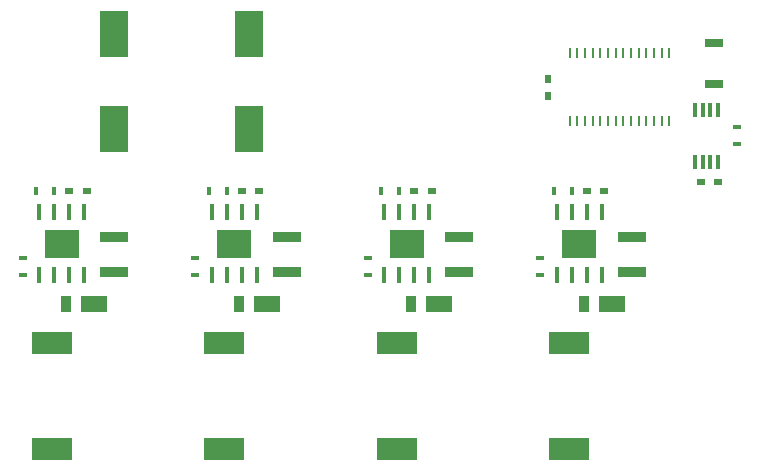
<source format=gtp>
G04 #@! TF.GenerationSoftware,KiCad,Pcbnew,(2018-01-11 revision 6f2beeb)-master*
G04 #@! TF.CreationDate,2018-01-26T06:56:05-06:00*
G04 #@! TF.ProjectId,RPi-HAT-RGBW-LED-Controller,5250692D4841542D524742572D4C4544,rev?*
G04 #@! TF.SameCoordinates,Original*
G04 #@! TF.FileFunction,Paste,Top*
G04 #@! TF.FilePolarity,Positive*
%FSLAX46Y46*%
G04 Gerber Fmt 4.6, Leading zero omitted, Abs format (unit mm)*
G04 Created by KiCad (PCBNEW (2018-01-11 revision 6f2beeb)-master) date Friday, January 26, 2018 'AMt' 06:56:05 AM*
%MOMM*%
%LPD*%
G01*
G04 APERTURE LIST*
%ADD10R,2.360000X3.860000*%
%ADD11R,2.260000X1.360000*%
%ADD12R,0.910000X1.360000*%
%ADD13R,2.360000X0.860000*%
%ADD14R,0.360000X0.760000*%
%ADD15R,0.660000X0.610000*%
%ADD16R,3.360000X1.860000*%
%ADD17R,2.960000X2.460000*%
%ADD18R,0.460000X1.410000*%
%ADD19R,0.760000X0.360000*%
%ADD20R,0.610000X0.660000*%
%ADD21R,0.260000X0.960000*%
%ADD22R,1.560000X0.760000*%
%ADD23R,0.310000X1.310000*%
G04 APERTURE END LIST*
D10*
X48895000Y-39434000D03*
X48895000Y-47434000D03*
D11*
X79615400Y-62230000D03*
D12*
X77240400Y-62230000D03*
D13*
X81280000Y-59577100D03*
X81280000Y-56577100D03*
D14*
X74700000Y-52705000D03*
X76200000Y-52705000D03*
D15*
X77470000Y-52705000D03*
X78970000Y-52705000D03*
D16*
X75996800Y-65527800D03*
X75996800Y-74527800D03*
D17*
X76835000Y-57150000D03*
D18*
X78740000Y-54450000D03*
X77470000Y-54450000D03*
X76200000Y-54450000D03*
X74930000Y-54450000D03*
X74930000Y-59850000D03*
X76200000Y-59850000D03*
X77470000Y-59850000D03*
X78740000Y-59850000D03*
D19*
X73533000Y-58350000D03*
X73533000Y-59850000D03*
D15*
X62865000Y-52705000D03*
X64365000Y-52705000D03*
D14*
X60095000Y-52705000D03*
X61595000Y-52705000D03*
D13*
X66675000Y-59577100D03*
X66675000Y-56577100D03*
D11*
X65010400Y-62230000D03*
D12*
X62635400Y-62230000D03*
D19*
X58928000Y-58350000D03*
X58928000Y-59850000D03*
D17*
X62230000Y-57150000D03*
D18*
X64135000Y-54450000D03*
X62865000Y-54450000D03*
X61595000Y-54450000D03*
X60325000Y-54450000D03*
X60325000Y-59850000D03*
X61595000Y-59850000D03*
X62865000Y-59850000D03*
X64135000Y-59850000D03*
D15*
X48260000Y-52705000D03*
X49760000Y-52705000D03*
D14*
X45490000Y-52705000D03*
X46990000Y-52705000D03*
D13*
X52070000Y-59577100D03*
X52070000Y-56577100D03*
D11*
X50405400Y-62230000D03*
D12*
X48030400Y-62230000D03*
D19*
X44323000Y-58350000D03*
X44323000Y-59850000D03*
D17*
X47625000Y-57150000D03*
D18*
X49530000Y-54450000D03*
X48260000Y-54450000D03*
X46990000Y-54450000D03*
X45720000Y-54450000D03*
X45720000Y-59850000D03*
X46990000Y-59850000D03*
X48260000Y-59850000D03*
X49530000Y-59850000D03*
D20*
X74163182Y-44692000D03*
X74163182Y-43192000D03*
D21*
X76034182Y-46736000D03*
X76684182Y-46736000D03*
X77334182Y-46736000D03*
X77984182Y-46736000D03*
X78634182Y-46736000D03*
X79284182Y-46736000D03*
X79934182Y-46736000D03*
X80584182Y-46736000D03*
X81234182Y-46736000D03*
X81884182Y-46736000D03*
X82534182Y-46736000D03*
X83184182Y-46736000D03*
X83834182Y-46736000D03*
X84484182Y-46736000D03*
X84484182Y-41036000D03*
X83834182Y-41036000D03*
X83184182Y-41036000D03*
X82534182Y-41036000D03*
X81884182Y-41036000D03*
X81234182Y-41036000D03*
X80584182Y-41036000D03*
X79934182Y-41036000D03*
X79284182Y-41036000D03*
X78634182Y-41036000D03*
X77984182Y-41036000D03*
X77334182Y-41036000D03*
X76684182Y-41036000D03*
X76034182Y-41036000D03*
D22*
X88265000Y-43610000D03*
X88265000Y-40210000D03*
D15*
X33655000Y-52705000D03*
X35155000Y-52705000D03*
D13*
X37465000Y-59577100D03*
X37465000Y-56577100D03*
D19*
X29718000Y-58350000D03*
X29718000Y-59850000D03*
D14*
X30885000Y-52705000D03*
X32385000Y-52705000D03*
D11*
X35800400Y-62230000D03*
D12*
X33425400Y-62230000D03*
D17*
X33020000Y-57150000D03*
D18*
X34925000Y-54450000D03*
X33655000Y-54450000D03*
X32385000Y-54450000D03*
X31115000Y-54450000D03*
X31115000Y-59850000D03*
X32385000Y-59850000D03*
X33655000Y-59850000D03*
X34925000Y-59850000D03*
D16*
X32181800Y-65527800D03*
X32181800Y-74527800D03*
X46786800Y-65527800D03*
X46786800Y-74527800D03*
X61391800Y-65527800D03*
X61391800Y-74527800D03*
D10*
X37465000Y-39434000D03*
X37465000Y-47434000D03*
D15*
X88634000Y-51943000D03*
X87134000Y-51943000D03*
D19*
X90170000Y-47256000D03*
X90170000Y-48756000D03*
D23*
X88605000Y-50206000D03*
X87955000Y-50206000D03*
X87305000Y-50206000D03*
X86655000Y-50206000D03*
X86655000Y-45806000D03*
X87305000Y-45806000D03*
X87955000Y-45806000D03*
X88605000Y-45806000D03*
M02*

</source>
